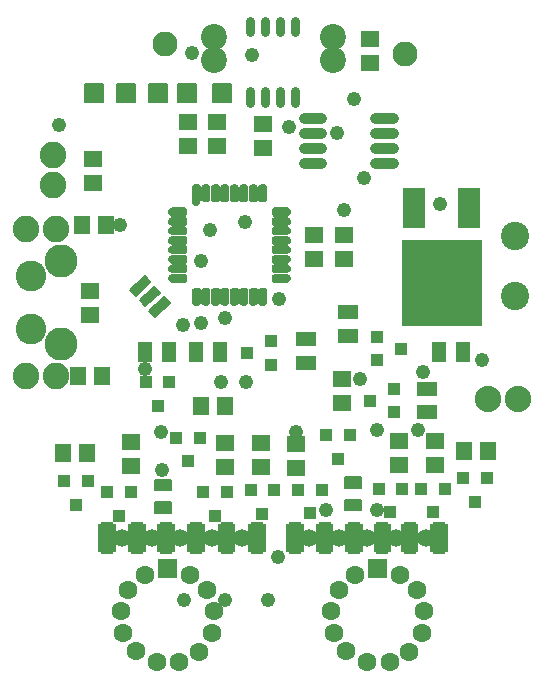
<source format=gbr>
%FSLAX34Y34*%
%MOMM*%
%LNSOLDERMASK_TOP*%
G71*
G01*
%ADD10C, 1.60*%
%ADD11C, 0.90*%
%ADD12C, 0.80*%
%ADD13C, 0.65*%
%ADD14C, 0.20*%
%ADD15R, 1.75X1.20*%
%ADD16R, 1.20X1.75*%
%ADD17R, 1.65X1.36*%
%ADD18R, 1.83X3.45*%
%ADD19R, 6.80X7.31*%
%ADD20R, 1.36X1.65*%
%ADD21C, 2.12*%
%ADD22C, 2.40*%
%ADD23C, 2.60*%
%ADD24C, 2.80*%
%ADD25C, 2.25*%
%ADD26C, 2.40*%
%ADD27C, 2.20*%
%ADD28R, 1.10X2.70*%
%ADD29C, 1.21*%
%ADD30C, 2.24*%
%ADD31R, 1.00X1.10*%
%ADD32R, 1.10X1.00*%
%ADD33R, 0.70X0.70*%
%ADD34C, 1.50*%
%LPD*%
X55034Y-495991D02*
G54D10*
D03*
G36*
X-81962Y-486478D02*
X-97962Y-486478D01*
X-97962Y-470478D01*
X-81962Y-470478D01*
X-81962Y-486478D01*
G37*
G36*
X96038Y-486478D02*
X80038Y-486478D01*
X80038Y-470478D01*
X96038Y-470478D01*
X96038Y-486478D01*
G37*
G54D11*
X100900Y-135046D02*
X85900Y-135046D01*
G54D11*
X100900Y-122346D02*
X85900Y-122346D01*
G54D11*
X100900Y-109646D02*
X85900Y-109646D01*
G54D11*
X100900Y-96946D02*
X85900Y-96946D01*
G54D11*
X40450Y-135046D02*
X25450Y-135046D01*
G54D11*
X40450Y-122346D02*
X25450Y-122346D01*
G54D11*
X40450Y-109646D02*
X25450Y-109646D01*
G54D11*
X40450Y-96946D02*
X25450Y-96946D01*
G54D12*
X-19880Y-73716D02*
X-19880Y-83716D01*
G54D12*
X-7180Y-73716D02*
X-7180Y-83716D01*
G54D12*
X5520Y-73716D02*
X5520Y-83716D01*
G54D12*
X18220Y-73716D02*
X18220Y-83716D01*
G54D12*
X-19880Y-14286D02*
X-19880Y-24286D01*
G54D12*
X-7180Y-14286D02*
X-7180Y-24286D01*
G54D12*
X5520Y-14286D02*
X5520Y-24286D01*
G54D12*
X18220Y-14286D02*
X18220Y-24286D01*
G54D13*
X-65770Y-156186D02*
X-65770Y-168186D01*
G36*
X-36200Y-83616D02*
X-51440Y-83616D01*
X-51440Y-68376D01*
X-36200Y-68376D01*
X-36200Y-83616D01*
G37*
G54D14*
X-36200Y-83616D02*
X-51440Y-83616D01*
X-51440Y-68376D01*
X-36200Y-68376D01*
X-36200Y-83616D01*
G36*
X-66210Y-83616D02*
X-81450Y-83616D01*
X-81450Y-68376D01*
X-66210Y-68376D01*
X-66210Y-83616D01*
G37*
G54D14*
X-66210Y-83616D02*
X-81450Y-83616D01*
X-81450Y-68376D01*
X-66210Y-68376D01*
X-66210Y-83616D01*
G36*
X-90210Y-83616D02*
X-105450Y-83616D01*
X-105450Y-68376D01*
X-90210Y-68376D01*
X-90210Y-83616D01*
G37*
G54D14*
X-90210Y-83616D02*
X-105450Y-83616D01*
X-105450Y-68376D01*
X-90210Y-68376D01*
X-90210Y-83616D01*
G36*
X-117210Y-83616D02*
X-132450Y-83616D01*
X-132450Y-68376D01*
X-117210Y-68376D01*
X-117210Y-83616D01*
G37*
G54D14*
X-117210Y-83616D02*
X-132450Y-83616D01*
X-132450Y-68376D01*
X-117210Y-68376D01*
X-117210Y-83616D01*
G36*
X-144210Y-83616D02*
X-159450Y-83616D01*
X-159450Y-68376D01*
X-144210Y-68376D01*
X-144210Y-83616D01*
G37*
G54D14*
X-144210Y-83616D02*
X-159450Y-83616D01*
X-159450Y-68376D01*
X-144210Y-68376D01*
X-144210Y-83616D01*
X63180Y-280996D02*
G54D15*
D03*
X63180Y-260996D02*
G54D15*
D03*
X27170Y-303996D02*
G54D15*
D03*
X27170Y-283996D02*
G54D15*
D03*
X130180Y-326006D02*
G54D15*
D03*
X130180Y-346006D02*
G54D15*
D03*
X-108830Y-294996D02*
G54D16*
D03*
X-88830Y-294996D02*
G54D16*
D03*
X-65830Y-294996D02*
G54D16*
D03*
X-45830Y-294996D02*
G54D16*
D03*
X160180Y-294996D02*
G54D16*
D03*
X140180Y-294996D02*
G54D16*
D03*
G36*
X-109180Y-230866D02*
X-104410Y-235986D01*
X-116840Y-247586D01*
X-121610Y-242466D01*
X-109180Y-230866D01*
G37*
G54D14*
X-109180Y-230866D02*
X-104410Y-235986D01*
X-116840Y-247586D01*
X-121610Y-242466D01*
X-109180Y-230866D01*
G36*
X-101000Y-239646D02*
X-96220Y-244766D01*
X-108650Y-256356D01*
X-113430Y-251236D01*
X-101000Y-239646D01*
G37*
G54D14*
X-101000Y-239646D02*
X-96220Y-244766D01*
X-108650Y-256356D01*
X-113430Y-251236D01*
X-101000Y-239646D01*
G36*
X-92810Y-248416D02*
X-88040Y-253536D01*
X-100470Y-265136D01*
X-105250Y-260016D01*
X-92810Y-248416D01*
G37*
G54D14*
X-92810Y-248416D02*
X-88040Y-253536D01*
X-100470Y-265136D01*
X-105250Y-260016D01*
X-92810Y-248416D01*
X59170Y-195836D02*
G54D17*
D03*
X59170Y-216156D02*
G54D17*
D03*
X81170Y-50156D02*
G54D17*
D03*
X81170Y-29836D02*
G54D17*
D03*
X-152830Y-152166D02*
G54D17*
D03*
X-152830Y-131846D02*
G54D17*
D03*
X-8830Y-101846D02*
G54D17*
D03*
X-8830Y-122166D02*
G54D17*
D03*
X-72830Y-120156D02*
G54D17*
D03*
X-72830Y-99836D02*
G54D17*
D03*
G36*
X-86840Y-403026D02*
X-86840Y-411916D01*
X-100810Y-411916D01*
X-100810Y-403026D01*
X-86840Y-403026D01*
G37*
G54D14*
X-86840Y-403026D02*
X-86840Y-411916D01*
X-100810Y-411916D01*
X-100810Y-403026D01*
X-86840Y-403026D01*
G36*
X-86840Y-422076D02*
X-86840Y-430966D01*
X-100810Y-430966D01*
X-100810Y-422076D01*
X-86840Y-422076D01*
G37*
G54D14*
X-86840Y-422076D02*
X-86840Y-430966D01*
X-100810Y-430966D01*
X-100810Y-422076D01*
X-86840Y-422076D01*
X165540Y-173246D02*
G54D18*
D03*
X118810Y-173246D02*
G54D18*
D03*
X142170Y-236746D02*
G54D19*
D03*
X34170Y-216156D02*
G54D17*
D03*
X34170Y-195836D02*
G54D17*
D03*
X-177990Y-379996D02*
G54D20*
D03*
X-157670Y-379996D02*
G54D20*
D03*
X161010Y-379006D02*
G54D20*
D03*
X181330Y-379006D02*
G54D20*
D03*
X136170Y-369836D02*
G54D17*
D03*
X136170Y-390156D02*
G54D17*
D03*
X106170Y-369836D02*
G54D17*
D03*
X106170Y-390156D02*
G54D17*
D03*
X-40830Y-371836D02*
G54D17*
D03*
X-40830Y-392156D02*
G54D17*
D03*
X19170Y-372846D02*
G54D17*
D03*
X19170Y-393166D02*
G54D17*
D03*
X-41670Y-340996D02*
G54D20*
D03*
X-61990Y-340996D02*
G54D20*
D03*
X-10830Y-371836D02*
G54D17*
D03*
X-10830Y-392156D02*
G54D17*
D03*
X58170Y-317836D02*
G54D17*
D03*
X58170Y-338156D02*
G54D17*
D03*
X-120820Y-370836D02*
G54D17*
D03*
X-120820Y-391156D02*
G54D17*
D03*
X-165990Y-314996D02*
G54D20*
D03*
X-145670Y-314996D02*
G54D20*
D03*
X-161990Y-186996D02*
G54D20*
D03*
X-141670Y-186996D02*
G54D20*
D03*
X-47830Y-99836D02*
G54D17*
D03*
X-47830Y-120156D02*
G54D17*
D03*
G36*
X74160Y-401026D02*
X74160Y-409916D01*
X60190Y-409916D01*
X60190Y-401026D01*
X74160Y-401026D01*
G37*
G54D14*
X74160Y-401026D02*
X74160Y-409916D01*
X60190Y-409916D01*
X60190Y-401026D01*
X74160Y-401026D01*
G36*
X74160Y-420076D02*
X74160Y-428966D01*
X60190Y-428966D01*
X60190Y-420076D01*
X74160Y-420076D01*
G37*
G54D14*
X74160Y-420076D02*
X74160Y-428966D01*
X60190Y-428966D01*
X60190Y-420076D01*
X74160Y-420076D01*
X-155830Y-242836D02*
G54D17*
D03*
X-155830Y-263156D02*
G54D17*
D03*
X-91832Y-33998D02*
G54D21*
D03*
X111168Y-42998D02*
G54D21*
D03*
X204210Y-197036D02*
G54D22*
D03*
X-205320Y-230496D02*
G54D23*
D03*
X-205320Y-275506D02*
G54D23*
D03*
X-180330Y-217996D02*
G54D24*
D03*
X-180330Y-288006D02*
G54D24*
D03*
X-186830Y-128296D02*
G54D25*
D03*
X-186830Y-153696D02*
G54D25*
D03*
X-184130Y-314996D02*
G54D25*
D03*
X-209530Y-314996D02*
G54D25*
D03*
X-184130Y-190996D02*
G54D25*
D03*
X-209530Y-190996D02*
G54D25*
D03*
X204230Y-247846D02*
G54D26*
D03*
X50180Y-28000D02*
G54D27*
D03*
G36*
X-148466Y-440491D02*
X-133466Y-440491D01*
X-133466Y-464491D01*
X-148466Y-464491D01*
X-148466Y-440491D01*
G37*
X-140966Y-452491D02*
G54D28*
D03*
G36*
X-123456Y-440481D02*
X-108456Y-440481D01*
X-108456Y-464481D01*
X-123456Y-464481D01*
X-123456Y-440481D01*
G37*
X-115956Y-452481D02*
G54D28*
D03*
G36*
X-98456Y-440481D02*
X-83456Y-440481D01*
X-83456Y-464481D01*
X-98456Y-464481D01*
X-98456Y-440481D01*
G37*
X-90956Y-452481D02*
G54D28*
D03*
G36*
X-73466Y-440491D02*
X-58466Y-440491D01*
X-58466Y-464491D01*
X-73466Y-464491D01*
X-73466Y-440491D01*
G37*
X-65966Y-452491D02*
G54D28*
D03*
G36*
X-47456Y-440481D02*
X-32456Y-440481D01*
X-32456Y-464481D01*
X-47456Y-464481D01*
X-47456Y-440481D01*
G37*
X-39956Y-452481D02*
G54D28*
D03*
G36*
X-21476Y-440481D02*
X-6476Y-440481D01*
X-6476Y-464481D01*
X-21476Y-464481D01*
X-21476Y-440481D01*
G37*
X-13976Y-452481D02*
G54D28*
D03*
G36*
X10534Y-440481D02*
X25534Y-440481D01*
X25534Y-464481D01*
X10534Y-464481D01*
X10534Y-440481D01*
G37*
X18034Y-452481D02*
G54D28*
D03*
G36*
X35524Y-440481D02*
X50524Y-440481D01*
X50524Y-464481D01*
X35524Y-464481D01*
X35524Y-440481D01*
G37*
X43024Y-452481D02*
G54D28*
D03*
G36*
X84544Y-440481D02*
X99544Y-440481D01*
X99544Y-464481D01*
X84544Y-464481D01*
X84544Y-440481D01*
G37*
X92044Y-452481D02*
G54D28*
D03*
G36*
X60514Y-440481D02*
X75514Y-440481D01*
X75514Y-464481D01*
X60514Y-464481D01*
X60514Y-440481D01*
G37*
X68014Y-452481D02*
G54D28*
D03*
G36*
X107534Y-440481D02*
X122534Y-440481D01*
X122534Y-464481D01*
X107534Y-464481D01*
X107534Y-440481D01*
G37*
X115034Y-452481D02*
G54D28*
D03*
G36*
X132524Y-440481D02*
X147524Y-440481D01*
X147524Y-464481D01*
X132524Y-464481D01*
X132524Y-440481D01*
G37*
X140024Y-452481D02*
G54D28*
D03*
X4034Y-468666D02*
G54D29*
D03*
X-4966Y-504491D02*
G54D29*
D03*
X-40966Y-504491D02*
G54D29*
D03*
X-75966Y-504481D02*
G54D29*
D03*
X-94830Y-395006D02*
G54D29*
D03*
X-95560Y-362646D02*
G54D29*
D03*
X19170Y-362236D02*
G54D29*
D03*
X-23830Y-320006D02*
G54D29*
D03*
X-44830Y-320006D02*
G54D29*
D03*
X-76830Y-272006D02*
G54D29*
D03*
X-61830Y-270006D02*
G54D29*
D03*
X-40830Y-266006D02*
G54D29*
D03*
X4170Y-250006D02*
G54D29*
D03*
X-24018Y-184615D02*
G54D29*
D03*
X-53580Y-191615D02*
G54D29*
D03*
X59170Y-175006D02*
G54D29*
D03*
X140680Y-169246D02*
G54D29*
D03*
X176360Y-301656D02*
G54D29*
D03*
X126170Y-312006D02*
G54D29*
D03*
X73160Y-317996D02*
G54D29*
D03*
X87160Y-360986D02*
G54D29*
D03*
X122160Y-360986D02*
G54D29*
D03*
X76200Y-147638D02*
G54D29*
D03*
X-181830Y-102996D02*
G54D29*
D03*
X12700Y-104775D02*
G54D29*
D03*
X-130557Y-186996D02*
G54D29*
D03*
X-109060Y-308996D02*
G54D29*
D03*
X-68830Y-42006D02*
G54D29*
D03*
X69034Y-483491D02*
G54D10*
D03*
X107034Y-483481D02*
G54D10*
D03*
X121534Y-496491D02*
G54D10*
D03*
X127534Y-513791D02*
G54D10*
D03*
X125334Y-533181D02*
G54D10*
D03*
X114534Y-548891D02*
G54D10*
D03*
X98044Y-557181D02*
G54D10*
D03*
X78834Y-557481D02*
G54D10*
D03*
X61244Y-548391D02*
G54D10*
D03*
X50734Y-533081D02*
G54D10*
D03*
X48544Y-513881D02*
G54D10*
D03*
X-50466Y-513791D02*
G54D10*
D03*
X-56466Y-496491D02*
G54D10*
D03*
X-70966Y-483481D02*
G54D10*
D03*
X-108966Y-483481D02*
G54D10*
D03*
X-122966Y-495991D02*
G54D10*
D03*
X-129466Y-513881D02*
G54D10*
D03*
X-127266Y-533081D02*
G54D10*
D03*
X-116766Y-548391D02*
G54D10*
D03*
X-99166Y-557491D02*
G54D10*
D03*
X-79966Y-557181D02*
G54D10*
D03*
X-63466Y-548881D02*
G54D10*
D03*
X-52666Y-533181D02*
G54D10*
D03*
X-61912Y-217488D02*
G54D29*
D03*
X44170Y-428996D02*
G54D29*
D03*
X87033Y-428996D02*
G54D29*
D03*
X-18030Y-43594D02*
G54D29*
D03*
X50180Y-47996D02*
G54D27*
D03*
X-50830Y-47996D02*
G54D27*
D03*
X-50830Y-27996D02*
G54D27*
D03*
X181680Y-334996D02*
G54D30*
D03*
X206580Y-334996D02*
G54D30*
D03*
X180570Y-401586D02*
G54D31*
D03*
X160570Y-401586D02*
G54D31*
D03*
X170570Y-421586D02*
G54D31*
D03*
X144780Y-410596D02*
G54D31*
D03*
X124780Y-410596D02*
G54D31*
D03*
X134780Y-430596D02*
G54D31*
D03*
X108760Y-410596D02*
G54D31*
D03*
X88760Y-410596D02*
G54D31*
D03*
X98760Y-430596D02*
G54D31*
D03*
X40780Y-411586D02*
G54D31*
D03*
X20780Y-411586D02*
G54D31*
D03*
X30780Y-431586D02*
G54D31*
D03*
X450Y-411906D02*
G54D31*
D03*
X-19550Y-411906D02*
G54D31*
D03*
X-9550Y-431906D02*
G54D31*
D03*
X-39830Y-413416D02*
G54D31*
D03*
X-59830Y-413416D02*
G54D31*
D03*
X-49830Y-433416D02*
G54D31*
D03*
X-120820Y-413416D02*
G54D31*
D03*
X-140820Y-413416D02*
G54D31*
D03*
X-130820Y-433416D02*
G54D31*
D03*
X-157410Y-404416D02*
G54D31*
D03*
X-177410Y-404416D02*
G54D31*
D03*
X-167410Y-424416D02*
G54D31*
D03*
X-62830Y-367406D02*
G54D31*
D03*
X-82830Y-367406D02*
G54D31*
D03*
X-72830Y-387406D02*
G54D31*
D03*
X64170Y-365426D02*
G54D31*
D03*
X44170Y-365426D02*
G54D31*
D03*
X54170Y-385426D02*
G54D31*
D03*
X101680Y-345996D02*
G54D32*
D03*
X101680Y-325996D02*
G54D32*
D03*
X81680Y-335996D02*
G54D32*
D03*
X87670Y-281997D02*
G54D32*
D03*
X87670Y-301996D02*
G54D32*
D03*
X107670Y-291996D02*
G54D32*
D03*
X-2721Y-305527D02*
G54D32*
D03*
X-2721Y-285527D02*
G54D32*
D03*
X-22721Y-295527D02*
G54D32*
D03*
X-88320Y-320506D02*
G54D31*
D03*
X-108320Y-320506D02*
G54D31*
D03*
X-98320Y-340506D02*
G54D31*
D03*
G36*
X-88408Y-175374D02*
X-86408Y-173374D01*
X-75408Y-173374D01*
X-74408Y-174374D01*
X-74408Y-178374D01*
X-75408Y-179374D01*
X-86408Y-179374D01*
X-88408Y-177374D01*
X-88408Y-175374D01*
G37*
G54D14*
X-88408Y-175374D02*
X-86408Y-173374D01*
X-75408Y-173374D01*
X-74408Y-174374D01*
X-74408Y-178374D01*
X-75408Y-179374D01*
X-86408Y-179374D01*
X-88408Y-177374D01*
X-88408Y-175374D01*
G36*
X-88408Y-183374D02*
X-86408Y-181374D01*
X-75408Y-181374D01*
X-74408Y-182374D01*
X-74408Y-186374D01*
X-75408Y-187374D01*
X-86408Y-187374D01*
X-88408Y-185374D01*
X-88408Y-183374D01*
G37*
G54D14*
X-88408Y-183374D02*
X-86408Y-181374D01*
X-75408Y-181374D01*
X-74408Y-182374D01*
X-74408Y-186374D01*
X-75408Y-187374D01*
X-86408Y-187374D01*
X-88408Y-185374D01*
X-88408Y-183374D01*
X-79908Y-176374D02*
G54D33*
D03*
X-79908Y-184374D02*
G54D33*
D03*
G36*
X-88408Y-191374D02*
X-86408Y-189374D01*
X-75408Y-189374D01*
X-74408Y-190374D01*
X-74408Y-194374D01*
X-75408Y-195374D01*
X-86408Y-195374D01*
X-88408Y-193374D01*
X-88408Y-191374D01*
G37*
G54D14*
X-88408Y-191374D02*
X-86408Y-189374D01*
X-75408Y-189374D01*
X-74408Y-190374D01*
X-74408Y-194374D01*
X-75408Y-195374D01*
X-86408Y-195374D01*
X-88408Y-193374D01*
X-88408Y-191374D01*
G36*
X-88408Y-199374D02*
X-86408Y-197374D01*
X-75408Y-197374D01*
X-74408Y-198374D01*
X-74408Y-202374D01*
X-75408Y-203374D01*
X-86408Y-203374D01*
X-88408Y-201374D01*
X-88408Y-199374D01*
G37*
G54D14*
X-88408Y-199374D02*
X-86408Y-197374D01*
X-75408Y-197374D01*
X-74408Y-198374D01*
X-74408Y-202374D01*
X-75408Y-203374D01*
X-86408Y-203374D01*
X-88408Y-201374D01*
X-88408Y-199374D01*
X-79908Y-192374D02*
G54D33*
D03*
X-79908Y-200374D02*
G54D33*
D03*
G36*
X-88408Y-207374D02*
X-86408Y-205374D01*
X-75408Y-205374D01*
X-74408Y-206374D01*
X-74408Y-210374D01*
X-75408Y-211374D01*
X-86408Y-211374D01*
X-88408Y-209374D01*
X-88408Y-207374D01*
G37*
G54D14*
X-88408Y-207374D02*
X-86408Y-205374D01*
X-75408Y-205374D01*
X-74408Y-206374D01*
X-74408Y-210374D01*
X-75408Y-211374D01*
X-86408Y-211374D01*
X-88408Y-209374D01*
X-88408Y-207374D01*
G36*
X-88408Y-215374D02*
X-86408Y-213374D01*
X-75408Y-213374D01*
X-74408Y-214374D01*
X-74408Y-218374D01*
X-75408Y-219374D01*
X-86408Y-219374D01*
X-88408Y-217374D01*
X-88408Y-215374D01*
G37*
G54D14*
X-88408Y-215374D02*
X-86408Y-213374D01*
X-75408Y-213374D01*
X-74408Y-214374D01*
X-74408Y-218374D01*
X-75408Y-219374D01*
X-86408Y-219374D01*
X-88408Y-217374D01*
X-88408Y-215374D01*
X-79908Y-208374D02*
G54D33*
D03*
X-79908Y-216374D02*
G54D33*
D03*
G36*
X-88408Y-223374D02*
X-86408Y-221374D01*
X-75408Y-221374D01*
X-74408Y-222374D01*
X-74408Y-226374D01*
X-75408Y-227374D01*
X-86408Y-227374D01*
X-88408Y-225374D01*
X-88408Y-223374D01*
G37*
G54D14*
X-88408Y-223374D02*
X-86408Y-221374D01*
X-75408Y-221374D01*
X-74408Y-222374D01*
X-74408Y-226374D01*
X-75408Y-227374D01*
X-86408Y-227374D01*
X-88408Y-225374D01*
X-88408Y-223374D01*
G36*
X-88408Y-231374D02*
X-86408Y-229374D01*
X-75408Y-229374D01*
X-74408Y-230374D01*
X-74408Y-234374D01*
X-75408Y-235374D01*
X-86408Y-235374D01*
X-88408Y-233374D01*
X-88408Y-231374D01*
G37*
G54D14*
X-88408Y-231374D02*
X-86408Y-229374D01*
X-75408Y-229374D01*
X-74408Y-230374D01*
X-74408Y-234374D01*
X-75408Y-235374D01*
X-86408Y-235374D01*
X-88408Y-233374D01*
X-88408Y-231374D01*
X-79908Y-224374D02*
G54D33*
D03*
X-79908Y-232374D02*
G54D33*
D03*
G36*
X-8408Y-153374D02*
X-6408Y-155374D01*
X-6408Y-166374D01*
X-7408Y-167374D01*
X-11408Y-167374D01*
X-12408Y-166374D01*
X-12408Y-155374D01*
X-10408Y-153374D01*
X-8408Y-153374D01*
G37*
G54D14*
X-8408Y-153374D02*
X-6408Y-155374D01*
X-6408Y-166374D01*
X-7408Y-167374D01*
X-11408Y-167374D01*
X-12408Y-166374D01*
X-12408Y-155374D01*
X-10408Y-153374D01*
X-8408Y-153374D01*
G36*
X-16408Y-153374D02*
X-14408Y-155374D01*
X-14408Y-166374D01*
X-15408Y-167374D01*
X-19408Y-167374D01*
X-20408Y-166374D01*
X-20408Y-155374D01*
X-18408Y-153374D01*
X-16408Y-153374D01*
G37*
G54D14*
X-16408Y-153374D02*
X-14408Y-155374D01*
X-14408Y-166374D01*
X-15408Y-167374D01*
X-19408Y-167374D01*
X-20408Y-166374D01*
X-20408Y-155374D01*
X-18408Y-153374D01*
X-16408Y-153374D01*
X-9408Y-161874D02*
G54D33*
D03*
X-17408Y-161874D02*
G54D33*
D03*
G36*
X-24408Y-153374D02*
X-22408Y-155374D01*
X-22408Y-166374D01*
X-23408Y-167374D01*
X-27408Y-167374D01*
X-28408Y-166374D01*
X-28408Y-155374D01*
X-26408Y-153374D01*
X-24408Y-153374D01*
G37*
G54D14*
X-24408Y-153374D02*
X-22408Y-155374D01*
X-22408Y-166374D01*
X-23408Y-167374D01*
X-27408Y-167374D01*
X-28408Y-166374D01*
X-28408Y-155374D01*
X-26408Y-153374D01*
X-24408Y-153374D01*
G36*
X-32408Y-153374D02*
X-30408Y-155374D01*
X-30408Y-166374D01*
X-31408Y-167374D01*
X-35408Y-167374D01*
X-36408Y-166374D01*
X-36408Y-155374D01*
X-34408Y-153374D01*
X-32408Y-153374D01*
G37*
G54D14*
X-32408Y-153374D02*
X-30408Y-155374D01*
X-30408Y-166374D01*
X-31408Y-167374D01*
X-35408Y-167374D01*
X-36408Y-166374D01*
X-36408Y-155374D01*
X-34408Y-153374D01*
X-32408Y-153374D01*
X-25408Y-161874D02*
G54D33*
D03*
X-33408Y-161874D02*
G54D33*
D03*
G36*
X-40408Y-153374D02*
X-38408Y-155374D01*
X-38408Y-166374D01*
X-39408Y-167374D01*
X-43408Y-167374D01*
X-44408Y-166374D01*
X-44408Y-155374D01*
X-42408Y-153374D01*
X-40408Y-153374D01*
G37*
G54D14*
X-40408Y-153374D02*
X-38408Y-155374D01*
X-38408Y-166374D01*
X-39408Y-167374D01*
X-43408Y-167374D01*
X-44408Y-166374D01*
X-44408Y-155374D01*
X-42408Y-153374D01*
X-40408Y-153374D01*
G36*
X-48408Y-153374D02*
X-46408Y-155374D01*
X-46408Y-166374D01*
X-47408Y-167374D01*
X-51408Y-167374D01*
X-52408Y-166374D01*
X-52408Y-155374D01*
X-50408Y-153374D01*
X-48408Y-153374D01*
G37*
G54D14*
X-48408Y-153374D02*
X-46408Y-155374D01*
X-46408Y-166374D01*
X-47408Y-167374D01*
X-51408Y-167374D01*
X-52408Y-166374D01*
X-52408Y-155374D01*
X-50408Y-153374D01*
X-48408Y-153374D01*
X-41408Y-161874D02*
G54D33*
D03*
X-49408Y-161874D02*
G54D33*
D03*
G36*
X-56408Y-153374D02*
X-54408Y-155374D01*
X-54408Y-166374D01*
X-55408Y-167374D01*
X-59408Y-167374D01*
X-60408Y-166374D01*
X-60408Y-155374D01*
X-58408Y-153374D01*
X-56408Y-153374D01*
G37*
G54D14*
X-56408Y-153374D02*
X-54408Y-155374D01*
X-54408Y-166374D01*
X-55408Y-167374D01*
X-59408Y-167374D01*
X-60408Y-166374D01*
X-60408Y-155374D01*
X-58408Y-153374D01*
X-56408Y-153374D01*
G36*
X-64408Y-153374D02*
X-62408Y-155374D01*
X-62408Y-166374D01*
X-63408Y-167374D01*
X-67408Y-167374D01*
X-68408Y-166374D01*
X-68408Y-155374D01*
X-66408Y-153374D01*
X-64408Y-153374D01*
G37*
G54D14*
X-64408Y-153374D02*
X-62408Y-155374D01*
X-62408Y-166374D01*
X-63408Y-167374D01*
X-67408Y-167374D01*
X-68408Y-166374D01*
X-68408Y-155374D01*
X-66408Y-153374D01*
X-64408Y-153374D01*
X-57408Y-161874D02*
G54D33*
D03*
X-65408Y-161874D02*
G54D33*
D03*
G36*
X13592Y-233374D02*
X11592Y-235374D01*
X592Y-235374D01*
X-408Y-234374D01*
X-408Y-230374D01*
X592Y-229374D01*
X11592Y-229374D01*
X13592Y-231374D01*
X13592Y-233374D01*
G37*
G54D14*
X13592Y-233374D02*
X11592Y-235374D01*
X592Y-235374D01*
X-408Y-234374D01*
X-408Y-230374D01*
X592Y-229374D01*
X11592Y-229374D01*
X13592Y-231374D01*
X13592Y-233374D01*
G36*
X13592Y-225374D02*
X11592Y-227374D01*
X592Y-227374D01*
X-408Y-226374D01*
X-408Y-222374D01*
X592Y-221374D01*
X11592Y-221374D01*
X13592Y-223374D01*
X13592Y-225374D01*
G37*
G54D14*
X13592Y-225374D02*
X11592Y-227374D01*
X592Y-227374D01*
X-408Y-226374D01*
X-408Y-222374D01*
X592Y-221374D01*
X11592Y-221374D01*
X13592Y-223374D01*
X13592Y-225374D01*
X5092Y-232374D02*
G54D33*
D03*
X5092Y-224374D02*
G54D33*
D03*
G36*
X13592Y-217374D02*
X11592Y-219374D01*
X592Y-219374D01*
X-408Y-218374D01*
X-408Y-214374D01*
X592Y-213374D01*
X11592Y-213374D01*
X13592Y-215374D01*
X13592Y-217374D01*
G37*
G54D14*
X13592Y-217374D02*
X11592Y-219374D01*
X592Y-219374D01*
X-408Y-218374D01*
X-408Y-214374D01*
X592Y-213374D01*
X11592Y-213374D01*
X13592Y-215374D01*
X13592Y-217374D01*
G36*
X13592Y-209374D02*
X11592Y-211374D01*
X592Y-211374D01*
X-408Y-210374D01*
X-408Y-206374D01*
X592Y-205374D01*
X11592Y-205374D01*
X13592Y-207374D01*
X13592Y-209374D01*
G37*
G54D14*
X13592Y-209374D02*
X11592Y-211374D01*
X592Y-211374D01*
X-408Y-210374D01*
X-408Y-206374D01*
X592Y-205374D01*
X11592Y-205374D01*
X13592Y-207374D01*
X13592Y-209374D01*
X5092Y-216374D02*
G54D33*
D03*
X5092Y-208374D02*
G54D33*
D03*
G36*
X13592Y-201374D02*
X11592Y-203374D01*
X592Y-203374D01*
X-408Y-202374D01*
X-408Y-198374D01*
X592Y-197374D01*
X11592Y-197374D01*
X13592Y-199374D01*
X13592Y-201374D01*
G37*
G54D14*
X13592Y-201374D02*
X11592Y-203374D01*
X592Y-203374D01*
X-408Y-202374D01*
X-408Y-198374D01*
X592Y-197374D01*
X11592Y-197374D01*
X13592Y-199374D01*
X13592Y-201374D01*
G36*
X13592Y-193374D02*
X11592Y-195374D01*
X592Y-195374D01*
X-408Y-194374D01*
X-408Y-190374D01*
X592Y-189374D01*
X11592Y-189374D01*
X13592Y-191374D01*
X13592Y-193374D01*
G37*
G54D14*
X13592Y-193374D02*
X11592Y-195374D01*
X592Y-195374D01*
X-408Y-194374D01*
X-408Y-190374D01*
X592Y-189374D01*
X11592Y-189374D01*
X13592Y-191374D01*
X13592Y-193374D01*
X5092Y-200374D02*
G54D33*
D03*
X5092Y-192374D02*
G54D33*
D03*
G36*
X13592Y-185374D02*
X11592Y-187374D01*
X592Y-187374D01*
X-408Y-186374D01*
X-408Y-182374D01*
X592Y-181374D01*
X11592Y-181374D01*
X13592Y-183374D01*
X13592Y-185374D01*
G37*
G54D14*
X13592Y-185374D02*
X11592Y-187374D01*
X592Y-187374D01*
X-408Y-186374D01*
X-408Y-182374D01*
X592Y-181374D01*
X11592Y-181374D01*
X13592Y-183374D01*
X13592Y-185374D01*
G36*
X13592Y-177374D02*
X11592Y-179374D01*
X592Y-179374D01*
X-408Y-178374D01*
X-408Y-174374D01*
X592Y-173374D01*
X11592Y-173374D01*
X13592Y-175374D01*
X13592Y-177374D01*
G37*
G54D14*
X13592Y-177374D02*
X11592Y-179374D01*
X592Y-179374D01*
X-408Y-178374D01*
X-408Y-174374D01*
X592Y-173374D01*
X11592Y-173374D01*
X13592Y-175374D01*
X13592Y-177374D01*
X5092Y-184374D02*
G54D33*
D03*
X5092Y-176374D02*
G54D33*
D03*
G36*
X-66408Y-255374D02*
X-68408Y-253374D01*
X-68408Y-242374D01*
X-67408Y-241374D01*
X-63408Y-241374D01*
X-62408Y-242374D01*
X-62408Y-253374D01*
X-64408Y-255374D01*
X-66408Y-255374D01*
G37*
G54D14*
X-66408Y-255374D02*
X-68408Y-253374D01*
X-68408Y-242374D01*
X-67408Y-241374D01*
X-63408Y-241374D01*
X-62408Y-242374D01*
X-62408Y-253374D01*
X-64408Y-255374D01*
X-66408Y-255374D01*
G36*
X-58408Y-255374D02*
X-60408Y-253374D01*
X-60408Y-242374D01*
X-59408Y-241374D01*
X-55408Y-241374D01*
X-54408Y-242374D01*
X-54408Y-253374D01*
X-56408Y-255374D01*
X-58408Y-255374D01*
G37*
G54D14*
X-58408Y-255374D02*
X-60408Y-253374D01*
X-60408Y-242374D01*
X-59408Y-241374D01*
X-55408Y-241374D01*
X-54408Y-242374D01*
X-54408Y-253374D01*
X-56408Y-255374D01*
X-58408Y-255374D01*
X-65408Y-246874D02*
G54D33*
D03*
X-57408Y-246874D02*
G54D33*
D03*
G36*
X-50408Y-255374D02*
X-52408Y-253374D01*
X-52408Y-242374D01*
X-51408Y-241374D01*
X-47408Y-241374D01*
X-46408Y-242374D01*
X-46408Y-253374D01*
X-48408Y-255374D01*
X-50408Y-255374D01*
G37*
G54D14*
X-50408Y-255374D02*
X-52408Y-253374D01*
X-52408Y-242374D01*
X-51408Y-241374D01*
X-47408Y-241374D01*
X-46408Y-242374D01*
X-46408Y-253374D01*
X-48408Y-255374D01*
X-50408Y-255374D01*
G36*
X-42408Y-255374D02*
X-44408Y-253374D01*
X-44408Y-242374D01*
X-43408Y-241374D01*
X-39408Y-241374D01*
X-38408Y-242374D01*
X-38408Y-253374D01*
X-40408Y-255374D01*
X-42408Y-255374D01*
G37*
G54D14*
X-42408Y-255374D02*
X-44408Y-253374D01*
X-44408Y-242374D01*
X-43408Y-241374D01*
X-39408Y-241374D01*
X-38408Y-242374D01*
X-38408Y-253374D01*
X-40408Y-255374D01*
X-42408Y-255374D01*
X-49408Y-246874D02*
G54D33*
D03*
X-41408Y-246874D02*
G54D33*
D03*
G36*
X-34408Y-255374D02*
X-36408Y-253374D01*
X-36408Y-242374D01*
X-35408Y-241374D01*
X-31408Y-241374D01*
X-30408Y-242374D01*
X-30408Y-253374D01*
X-32408Y-255374D01*
X-34408Y-255374D01*
G37*
G54D14*
X-34408Y-255374D02*
X-36408Y-253374D01*
X-36408Y-242374D01*
X-35408Y-241374D01*
X-31408Y-241374D01*
X-30408Y-242374D01*
X-30408Y-253374D01*
X-32408Y-255374D01*
X-34408Y-255374D01*
G36*
X-26408Y-255374D02*
X-28408Y-253374D01*
X-28408Y-242374D01*
X-27408Y-241374D01*
X-23408Y-241374D01*
X-22408Y-242374D01*
X-22408Y-253374D01*
X-24408Y-255374D01*
X-26408Y-255374D01*
G37*
G54D14*
X-26408Y-255374D02*
X-28408Y-253374D01*
X-28408Y-242374D01*
X-27408Y-241374D01*
X-23408Y-241374D01*
X-22408Y-242374D01*
X-22408Y-253374D01*
X-24408Y-255374D01*
X-26408Y-255374D01*
X-33408Y-246874D02*
G54D33*
D03*
X-25408Y-246874D02*
G54D33*
D03*
G36*
X-18408Y-255374D02*
X-20408Y-253374D01*
X-20408Y-242374D01*
X-19408Y-241374D01*
X-15408Y-241374D01*
X-14408Y-242374D01*
X-14408Y-253374D01*
X-16408Y-255374D01*
X-18408Y-255374D01*
G37*
G54D14*
X-18408Y-255374D02*
X-20408Y-253374D01*
X-20408Y-242374D01*
X-19408Y-241374D01*
X-15408Y-241374D01*
X-14408Y-242374D01*
X-14408Y-253374D01*
X-16408Y-255374D01*
X-18408Y-255374D01*
G36*
X-10408Y-255374D02*
X-12408Y-253374D01*
X-12408Y-242374D01*
X-11408Y-241374D01*
X-7408Y-241374D01*
X-6408Y-242374D01*
X-6408Y-253374D01*
X-8408Y-255374D01*
X-10408Y-255374D01*
G37*
G54D14*
X-10408Y-255374D02*
X-12408Y-253374D01*
X-12408Y-242374D01*
X-11408Y-241374D01*
X-7408Y-241374D01*
X-6408Y-242374D01*
X-6408Y-253374D01*
X-8408Y-255374D01*
X-10408Y-255374D01*
X-17408Y-246874D02*
G54D33*
D03*
X-9408Y-246874D02*
G54D33*
D03*
X-128656Y-452481D02*
G54D34*
D03*
X-103256Y-452481D02*
G54D34*
D03*
X-79443Y-452481D02*
G54D34*
D03*
X-52456Y-452481D02*
G54D34*
D03*
X-27056Y-452481D02*
G54D34*
D03*
X128519Y-452481D02*
G54D34*
D03*
X103119Y-452481D02*
G54D34*
D03*
X79307Y-452481D02*
G54D34*
D03*
X55494Y-452481D02*
G54D34*
D03*
X30094Y-452481D02*
G54D34*
D03*
X53975Y-109538D02*
G54D29*
D03*
X68262Y-80962D02*
G54D29*
D03*
M02*

</source>
